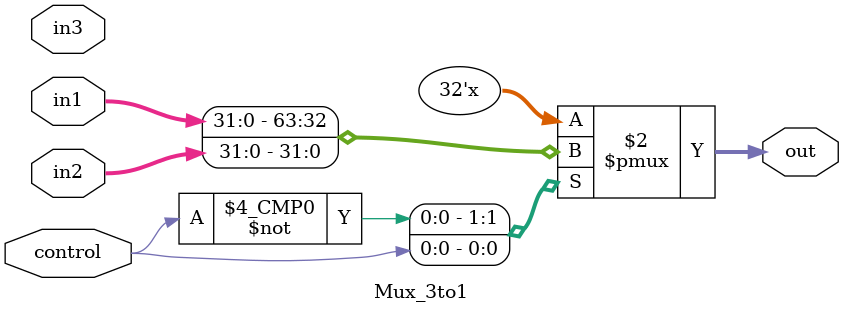
<source format=v>
module Mux_3to1(in1, in2, in3,control, out);
input [31:0] in1;
input [31:0] in2;
input [31:0] in3;
input control;
output reg [31:0] out;

always@(in1 or in2 or in3 or control)
begin
    case(control)
    2'b00: out = in1;
    2'b01: out = in2;
    2'b10: out = in3;
    default out = in1;
    endcase
end
endmodule
</source>
